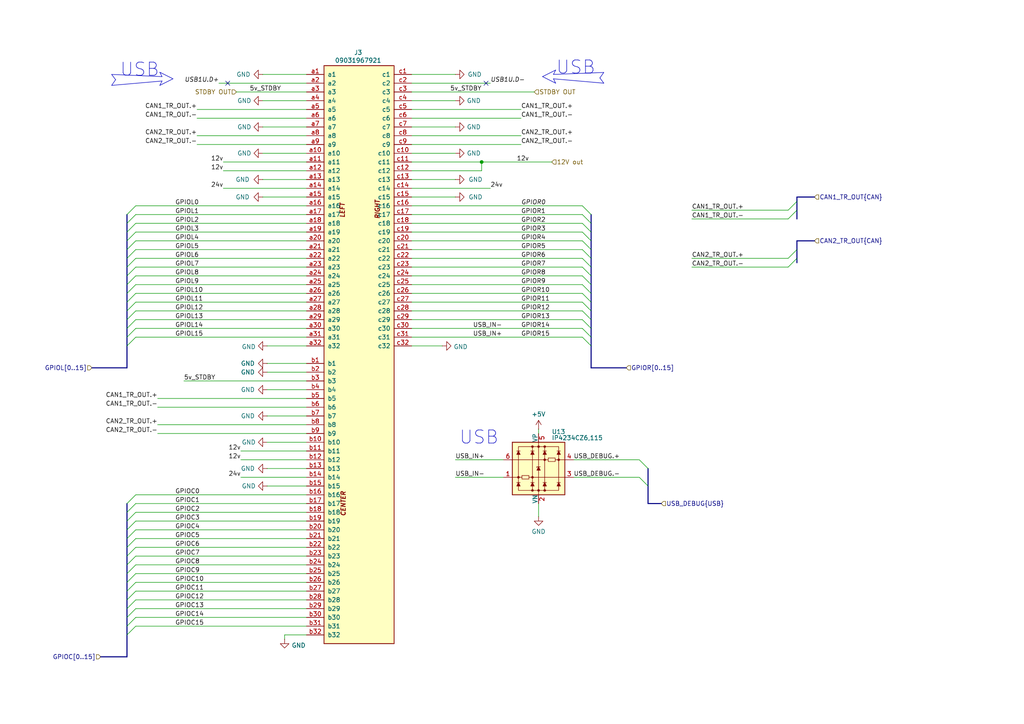
<source format=kicad_sch>
(kicad_sch (version 20231120) (generator "eeschema") (generator_version "8.0")
  (paper "A4")
  (title_block (date "2025-02-10") (rev "A") (company "ModuCard System"))
  (lib_symbols
    (symbol "DIN41612_3x32:09031967921" (pin_names (offset 1.016))
      (property "Reference" "J" (at 0 88.9 0))
      (property "Value" "09031967921" (at 0 86.36 0))
      (symbol "09031967921_0_0"
        (rectangle (start -10.16 83.82) (end 10.16 -83.82) (stroke (width 0.254)) (fill (type background)))
      )
      (symbol "09031967921_1_1"
        (text "CENTER" (at -4.572 -43.18 900) (effects (font (size 1.27 1.27) (bold yes) (italic yes))))
        (text "LEFT" (at -4.826 41.91 900) (effects (font (size 1.27 1.27) (bold yes) (italic yes))))
        (text "RIGHT" (at 5.334 42.164 900) (effects (font (size 1.27 1.27) (bold yes) (italic yes))))
        (pin passive line (at -15.24 81.28 0) (length 5.08) (name "a1") (number "a1"))
        (pin passive line (at -15.24 58.42 0) (length 5.08) (name "a10") (number "a10"))
        (pin passive line (at -15.24 55.88 0) (length 5.08) (name "a11") (number "a11"))
        (pin passive line (at -15.24 53.34 0) (length 5.08) (name "a12") (number "a12"))
        (pin passive line (at -15.24 50.8 0) (length 5.08) (name "a13") (number "a13"))
        (pin passive line (at -15.24 48.26 0) (length 5.08) (name "a14") (number "a14"))
        (pin passive line (at -15.24 45.72 0) (length 5.08) (name "a15") (number "a15"))
        (pin passive line (at -15.24 43.18 0) (length 5.08) (name "a16") (number "a16"))
        (pin passive line (at -15.24 40.64 0) (length 5.08) (name "a17") (number "a17"))
        (pin passive line (at -15.24 38.1 0) (length 5.08) (name "a18") (number "a18"))
        (pin passive line (at -15.24 35.56 0) (length 5.08) (name "a19") (number "a19"))
        (pin passive line (at -15.24 78.74 0) (length 5.08) (name "a2") (number "a2"))
        (pin passive line (at -15.24 33.02 0) (length 5.08) (name "a20") (number "a20"))
        (pin passive line (at -15.24 30.48 0) (length 5.08) (name "a21") (number "a21"))
        (pin passive line (at -15.24 27.94 0) (length 5.08) (name "a22") (number "a22"))
        (pin passive line (at -15.24 25.4 0) (length 5.08) (name "a23") (number "a23"))
        (pin passive line (at -15.24 22.86 0) (length 5.08) (name "a24") (number "a24"))
        (pin passive line (at -15.24 20.32 0) (length 5.08) (name "a25") (number "a25"))
        (pin passive line (at -15.24 17.78 0) (length 5.08) (name "a26") (number "a26"))
        (pin passive line (at -15.24 15.24 0) (length 5.08) (name "a27") (number "a27"))
        (pin passive line (at -15.24 12.7 0) (length 5.08) (name "a28") (number "a28"))
        (pin passive line (at -15.24 10.16 0) (length 5.08) (name "a29") (number "a29"))
        (pin passive line (at -15.24 76.2 0) (length 5.08) (name "a3") (number "a3"))
        (pin passive line (at -15.24 7.62 0) (length 5.08) (name "a30") (number "a30"))
        (pin passive line (at -15.24 5.08 0) (length 5.08) (name "a31") (number "a31"))
        (pin passive line (at -15.24 2.54 0) (length 5.08) (name "a32") (number "a32"))
        (pin passive line (at -15.24 73.66 0) (length 5.08) (name "a4") (number "a4"))
        (pin passive line (at -15.24 71.12 0) (length 5.08) (name "a5") (number "a5"))
        (pin passive line (at -15.24 68.58 0) (length 5.08) (name "a6") (number "a6"))
        (pin passive line (at -15.24 66.04 0) (length 5.08) (name "a7") (number "a7"))
        (pin passive line (at -15.24 63.5 0) (length 5.08) (name "a8") (number "a8"))
        (pin passive line (at -15.24 60.96 0) (length 5.08) (name "a9") (number "a9"))
        (pin passive line (at -15.24 -2.54 0) (length 5.08) (name "b1") (number "b1"))
        (pin passive line (at -15.24 -25.4 0) (length 5.08) (name "b10") (number "b10"))
        (pin passive line (at -15.24 -27.94 0) (length 5.08) (name "b11") (number "b11"))
        (pin passive line (at -15.24 -30.48 0) (length 5.08) (name "b12") (number "b12"))
        (pin passive line (at -15.24 -33.02 0) (length 5.08) (name "b13") (number "b13"))
        (pin passive line (at -15.24 -35.56 0) (length 5.08) (name "b14") (number "b14"))
        (pin passive line (at -15.24 -38.1 0) (length 5.08) (name "b15") (number "b15"))
        (pin passive line (at -15.24 -40.64 0) (length 5.08) (name "b16") (number "b16"))
        (pin passive line (at -15.24 -43.18 0) (length 5.08) (name "b17") (number "b17"))
        (pin passive line (at -15.24 -45.72 0) (length 5.08) (name "b18") (number "b18"))
        (pin passive line (at -15.24 -48.26 0) (length 5.08) (name "b19") (number "b19"))
        (pin passive line (at -15.24 -5.08 0) (length 5.08) (name "b2") (number "b2"))
        (pin passive line (at -15.24 -50.8 0) (length 5.08) (name "b20") (number "b20"))
        (pin passive line (at -15.24 -53.34 0) (length 5.08) (name "b21") (number "b21"))
        (pin passive line (at -15.24 -55.88 0) (length 5.08) (name "b22") (number "b22"))
        (pin passive line (at -15.24 -58.42 0) (length 5.08) (name "b23") (number "b23"))
        (pin passive line (at -15.24 -60.96 0) (length 5.08) (name "b24") (number "b24"))
        (pin passive line (at -15.24 -63.5 0) (length 5.08) (name "b25") (number "b25"))
        (pin passive line (at -15.24 -66.04 0) (length 5.08) (name "b26") (number "b26"))
        (pin passive line (at -15.24 -68.58 0) (length 5.08) (name "b27") (number "b27"))
        (pin passive line (at -15.24 -71.12 0) (length 5.08) (name "b28") (number "b28"))
        (pin passive line (at -15.24 -73.66 0) (length 5.08) (name "b29") (number "b29"))
        (pin passive line (at -15.24 -7.62 0) (length 5.08) (name "b3") (number "b3"))
        (pin passive line (at -15.24 -76.2 0) (length 5.08) (name "b30") (number "b30"))
        (pin passive line (at -15.24 -78.74 0) (length 5.08) (name "b31") (number "b31"))
        (pin passive line (at -15.24 -81.28 0) (length 5.08) (name "b32") (number "b32"))
        (pin passive line (at -15.24 -10.16 0) (length 5.08) (name "b4") (number "b4"))
        (pin passive line (at -15.24 -12.7 0) (length 5.08) (name "b5") (number "b5"))
        (pin passive line (at -15.24 -15.24 0) (length 5.08) (name "b6") (number "b6"))
        (pin passive line (at -15.24 -17.78 0) (length 5.08) (name "b7") (number "b7"))
        (pin passive line (at -15.24 -20.32 0) (length 5.08) (name "b8") (number "b8"))
        (pin passive line (at -15.24 -22.86 0) (length 5.08) (name "b9") (number "b9"))
        (pin passive line (at 15.24 81.28 180) (length 5.08) (name "c1") (number "c1"))
        (pin passive line (at 15.24 58.42 180) (length 5.08) (name "c10") (number "c10"))
        (pin passive line (at 15.24 55.88 180) (length 5.08) (name "c11") (number "c11"))
        (pin passive line (at 15.24 53.34 180) (length 5.08) (name "c12") (number "c12"))
        (pin passive line (at 15.24 50.8 180) (length 5.08) (name "c13") (number "c13"))
        (pin passive line (at 15.24 48.26 180) (length 5.08) (name "c14") (number "c14"))
        (pin passive line (at 15.24 45.72 180) (length 5.08) (name "c15") (number "c15"))
        (pin passive line (at 15.24 43.18 180) (length 5.08) (name "c16") (number "c16"))
        (pin passive line (at 15.24 40.64 180) (length 5.08) (name "c17") (number "c17"))
        (pin passive line (at 15.24 38.1 180) (length 5.08) (name "c18") (number "c18"))
        (pin passive line (at 15.24 35.56 180) (length 5.08) (name "c19") (number "c19"))
        (pin passive line (at 15.24 78.74 180) (length 5.08) (name "c2") (number "c2"))
        (pin passive line (at 15.24 33.02 180) (length 5.08) (name "c20") (number "c20"))
        (pin passive line (at 15.24 30.48 180) (length 5.08) (name "c21") (number "c21"))
        (pin passive line (at 15.24 27.94 180) (length 5.08) (name "c22") (number "c22"))
        (pin passive line (at 15.24 25.4 180) (length 5.08) (name "c23") (number "c23"))
        (pin passive line (at 15.24 22.86 180) (length 5.08) (name "c24") (number "c24"))
        (pin passive line (at 15.24 20.32 180) (length 5.08) (name "c25") (number "c25"))
        (pin passive line (at 15.24 17.78 180) (length 5.08) (name "c26") (number "c26"))
        (pin passive line (at 15.24 15.24 180) (length 5.08) (name "c27") (number "c27"))
        (pin passive line (at 15.24 12.7 180) (length 5.08) (name "c28") (number "c28"))
        (pin passive line (at 15.24 10.16 180) (length 5.08) (name "c29") (number "c29"))
        (pin passive line (at 15.24 76.2 180) (length 5.08) (name "c3") (number "c3"))
        (pin passive line (at 15.24 7.62 180) (length 5.08) (name "c30") (number "c30"))
        (pin passive line (at 15.24 5.08 180) (length 5.08) (name "c31") (number "c31"))
        (pin passive line (at 15.24 2.54 180) (length 5.08) (name "c32") (number "c32"))
        (pin passive line (at 15.24 73.66 180) (length 5.08) (name "c4") (number "c4"))
        (pin passive line (at 15.24 71.12 180) (length 5.08) (name "c5") (number "c5"))
        (pin passive line (at 15.24 68.58 180) (length 5.08) (name "c6") (number "c6"))
        (pin passive line (at 15.24 66.04 180) (length 5.08) (name "c7") (number "c7"))
        (pin passive line (at 15.24 63.5 180) (length 5.08) (name "c8") (number "c8"))
        (pin passive line (at 15.24 60.96 180) (length 5.08) (name "c9") (number "c9"))
      )
    )
    (symbol "GND_1" (power) (pin_numbers hide) (pin_names (offset 0) hide)
      (property "Value" "GND" (at 0 -3.81 0))
      (symbol "GND_1_0_1"
        (polyline (pts (xy 0 0) (xy 0 -1.27) (xy 1.27 -1.27) (xy 0 -2.54) (xy -1.27 -1.27) (xy 0 -1.27)))
      )
      (symbol "GND_1_1_1"
        (pin power_in line (at 0 0 270) (length 0) (name "~") (number "1"))
      )
    )
    (symbol "Power_Protection:IP4234CZ6" (pin_names (offset 0))
      (property "Reference" "U" (at -6.35 8.89 0))
      (property "Value" "IP4234CZ6" (at 2.794 8.89 0))
      (symbol "IP4234CZ6_0_0"
        (rectangle (start -5.842 6.35) (end 5.842 -6.35))
        (polyline (pts (xy -1.778 -6.35) (xy -1.778 6.35)))
        (polyline (pts (xy 1.778 6.35) (xy 1.778 -6.35)))
      )
      (symbol "IP4234CZ6_0_1"
        (rectangle (start -7.62 7.62) (end 7.62 -7.62) (stroke (width 0.254)) (fill (type background)))
        (circle (center -5.842 -2.54) (radius 0.2794) (fill (type outline)))
        (circle (center -1.778 -6.35) (radius 0.2794) (fill (type outline)))
        (circle (center -1.778 -2.54) (radius 0.2794) (fill (type outline)))
        (circle (center -1.778 6.35) (radius 0.2794) (fill (type outline)))
        (circle (center 0 -6.35) (radius 0.2794) (fill (type outline)))
        (polyline (pts (xy -7.62 -2.54) (xy -4.826 -2.54)))
        (polyline (pts (xy -7.62 2.54) (xy 2.794 2.54)))
        (polyline (pts (xy -5.334 -4.064) (xy -6.35 -4.064)))
        (polyline (pts (xy -5.334 5.08) (xy -6.35 5.08)))
        (polyline (pts (xy -1.27 -4.064) (xy -2.286 -4.064)))
        (polyline (pts (xy -1.27 5.08) (xy -2.286 5.08)))
        (polyline (pts (xy -0.508 0.508) (xy -0.508 0.254)))
        (polyline (pts (xy 0 7.62) (xy 0 -7.62)))
        (polyline (pts (xy 0.508 0.508) (xy -0.508 0.508)))
        (polyline (pts (xy 2.286 -4.064) (xy 1.27 -4.064)))
        (polyline (pts (xy 2.286 5.08) (xy 1.27 5.08)))
        (polyline (pts (xy 6.35 -4.064) (xy 5.334 -4.064)))
        (polyline (pts (xy 6.35 5.08) (xy 5.334 5.08)))
        (polyline (pts (xy 7.62 -2.54) (xy -2.794 -2.54)))
        (polyline (pts (xy 7.62 2.54) (xy 4.826 2.54)))
        (circle (center 0 6.35) (radius 0.2794) (fill (type outline)))
        (circle (center 1.778 -6.35) (radius 0.2794) (fill (type outline)))
        (circle (center 1.778 2.54) (radius 0.2794) (fill (type outline)))
        (circle (center 1.778 6.35) (radius 0.2794) (fill (type outline)))
        (circle (center 5.842 2.54) (radius 0.2794) (fill (type outline)))
      )
      (symbol "IP4234CZ6_1_1"
        (rectangle (start -4.826 -2.032) (end -2.794 -3.048))
        (polyline (pts (xy -5.334 -5.08) (xy -6.35 -5.08) (xy -5.842 -4.064) (xy -5.334 -5.08)) (fill (type outline)))
        (polyline (pts (xy -5.334 4.064) (xy -6.35 4.064) (xy -5.842 5.08) (xy -5.334 4.064)) (fill (type outline)))
        (polyline (pts (xy -1.27 -5.08) (xy -2.286 -5.08) (xy -1.778 -4.064) (xy -1.27 -5.08)) (fill (type outline)))
        (polyline (pts (xy -1.27 4.064) (xy -2.286 4.064) (xy -1.778 5.08) (xy -1.27 4.064)) (fill (type outline)))
        (polyline (pts (xy 0.508 -0.508) (xy -0.508 -0.508) (xy 0 0.508) (xy 0.508 -0.508)) (fill (type outline)))
        (polyline (pts (xy 2.286 -5.08) (xy 1.27 -5.08) (xy 1.778 -4.064) (xy 2.286 -5.08)) (fill (type outline)))
        (polyline (pts (xy 2.286 4.064) (xy 1.27 4.064) (xy 1.778 5.08) (xy 2.286 4.064)) (fill (type outline)))
        (polyline (pts (xy 6.35 -5.08) (xy 5.334 -5.08) (xy 5.842 -4.064) (xy 6.35 -5.08)) (fill (type outline)))
        (polyline (pts (xy 6.35 4.064) (xy 5.334 4.064) (xy 5.842 5.08) (xy 6.35 4.064)) (fill (type outline)))
        (rectangle (start 2.794 3.048) (end 4.826 2.032))
        (pin passive line (at -10.16 -2.54 0) (length 2.54) (name "") (number "1"))
        (pin passive line (at 0 -10.16 90) (length 2.54) (name "VN") (number "2"))
        (pin passive line (at 10.16 -2.54 180) (length 2.54) (name "") (number "3"))
        (pin passive line (at 10.16 2.54 180) (length 2.54) (name "") (number "4"))
        (pin passive line (at 0 10.16 270) (length 2.54) (name "VP") (number "5"))
        (pin passive line (at -10.16 2.54 0) (length 2.54) (name "") (number "6"))
      )
    )
    (symbol "power:+5V" (power) (pin_numbers hide) (pin_names (offset 0) hide)
      (property "Value" "+5V" (at 0 3.556 0))
      (symbol "+5V_0_1"
        (polyline (pts (xy -0.762 1.27) (xy 0 2.54)))
        (polyline (pts (xy 0 0) (xy 0 2.54)))
        (polyline (pts (xy 0 2.54) (xy 0.762 1.27)))
      )
      (symbol "+5V_1_1"
        (pin power_in line (at 0 0 90) (length 0) (name "~") (number "1"))
      )
    )
    (symbol "power:GND" (power) (pin_numbers hide) (pin_names (offset 0) hide)
      (property "Value" "GND" (at 0 -3.81 0))
      (symbol "GND_0_1"
        (polyline (pts (xy 0 0) (xy 0 -1.27) (xy 1.27 -1.27) (xy 0 -2.54) (xy -1.27 -1.27) (xy 0 -1.27)))
      )
      (symbol "GND_1_1"
        (pin power_in line (at 0 0 270) (length 0) (name "~") (number "1"))
      )
    )
  )
  (junction (at 139.7 46.99))
  (no_connect (at 140.97 24.13))
  (no_connect (at 66.04 24.13))
  (bus_entry (at 187.96 135.89) (size -2.54 -2.54))
  (bus_entry (at 39.37 161.29) (size -2.54 2.54))
  (bus_entry (at 39.37 62.23) (size -2.54 2.54))
  (bus_entry (at 168.91 72.39) (size 2.54 2.54))
  (bus_entry (at 39.37 181.61) (size -2.54 2.54))
  (bus_entry (at 39.37 153.67) (size -2.54 2.54))
  (bus_entry (at 231.14 60.96) (size -2.54 2.54))
  (bus_entry (at 39.37 85.09) (size -2.54 2.54))
  (bus_entry (at 39.37 95.25) (size -2.54 2.54))
  (bus_entry (at 168.91 77.47) (size 2.54 2.54))
  (bus_entry (at 39.37 97.79) (size -2.54 2.54))
  (bus_entry (at 39.37 77.47) (size -2.54 2.54))
  (bus_entry (at 39.37 143.51) (size -2.54 2.54))
  (bus_entry (at 168.91 67.31) (size 2.54 2.54))
  (bus_entry (at 231.14 58.42) (size -2.54 2.54))
  (bus_entry (at 39.37 72.39) (size -2.54 2.54))
  (bus_entry (at 187.96 140.97) (size -2.54 -2.54))
  (bus_entry (at 168.91 85.09) (size 2.54 2.54))
  (bus_entry (at 39.37 171.45) (size -2.54 2.54))
  (bus_entry (at 168.91 62.23) (size 2.54 2.54))
  (bus_entry (at 168.91 82.55) (size 2.54 2.54))
  (bus_entry (at 39.37 87.63) (size -2.54 2.54))
  (bus_entry (at 39.37 92.71) (size -2.54 2.54))
  (bus_entry (at 39.37 64.77) (size -2.54 2.54))
  (bus_entry (at 168.91 92.71) (size 2.54 2.54))
  (bus_entry (at 168.91 59.69) (size 2.54 2.54))
  (bus_entry (at 39.37 148.59) (size -2.54 2.54))
  (bus_entry (at 168.91 64.77) (size 2.54 2.54))
  (bus_entry (at 39.37 80.01) (size -2.54 2.54))
  (bus_entry (at 39.37 176.53) (size -2.54 2.54))
  (bus_entry (at 39.37 69.85) (size -2.54 2.54))
  (bus_entry (at 39.37 82.55) (size -2.54 2.54))
  (bus_entry (at 39.37 59.69) (size -2.54 2.54))
  (bus_entry (at 168.91 69.85) (size 2.54 2.54))
  (bus_entry (at 39.37 146.05) (size -2.54 2.54))
  (bus_entry (at 39.37 90.17) (size -2.54 2.54))
  (bus_entry (at 168.91 97.79) (size 2.54 2.54))
  (bus_entry (at 39.37 151.13) (size -2.54 2.54))
  (bus_entry (at 39.37 168.91) (size -2.54 2.54))
  (bus_entry (at 39.37 179.07) (size -2.54 2.54))
  (bus_entry (at 168.91 74.93) (size 2.54 2.54))
  (bus_entry (at 168.91 80.01) (size 2.54 2.54))
  (bus_entry (at 39.37 156.21) (size -2.54 2.54))
  (bus_entry (at 168.91 87.63) (size 2.54 2.54))
  (bus_entry (at 39.37 158.75) (size -2.54 2.54))
  (bus_entry (at 39.37 67.31) (size -2.54 2.54))
  (bus_entry (at 168.91 95.25) (size 2.54 2.54))
  (bus_entry (at 39.37 166.37) (size -2.54 2.54))
  (bus_entry (at 231.14 72.39) (size -2.54 2.54))
  (bus_entry (at 168.91 90.17) (size 2.54 2.54))
  (bus_entry (at 39.37 163.83) (size -2.54 2.54))
  (bus_entry (at 39.37 74.93) (size -2.54 2.54))
  (bus_entry (at 231.14 74.93) (size -2.54 2.54))
  (bus_entry (at 39.37 173.99) (size -2.54 2.54))
  (wire (pts (xy 168.91 80.01) (xy 119.38 80.01)))
  (wire (pts (xy 88.9 85.09) (xy 39.37 85.09)))
  (wire (pts (xy 168.91 92.71) (xy 119.38 92.71)))
  (polyline (pts (xy 32.385 24.765) (xy 33.528 23.114)))
  (bus (pts (xy 171.45 95.25) (xy 171.45 97.79)))
  (wire (pts (xy 88.9 151.13) (xy 39.37 151.13)))
  (bus (pts (xy 36.83 92.71) (xy 36.83 95.25)))
  (bus (pts (xy 36.83 173.99) (xy 36.83 176.53)))
  (wire (pts (xy 88.9 67.31) (xy 39.37 67.31)))
  (wire (pts (xy 69.85 133.35) (xy 88.9 133.35)))
  (wire (pts (xy 128.27 100.33) (xy 119.38 100.33)))
  (bus (pts (xy 171.45 77.47) (xy 171.45 80.01)))
  (wire (pts (xy 57.15 41.91) (xy 88.9 41.91)))
  (wire (pts (xy 88.9 74.93) (xy 39.37 74.93)))
  (polyline (pts (xy 161.163 24.13) (xy 160.528 22.86)))
  (wire (pts (xy 88.9 171.45) (xy 39.37 171.45)))
  (bus (pts (xy 36.83 97.79) (xy 36.83 100.33)))
  (wire (pts (xy 200.66 63.5) (xy 228.6 63.5)))
  (bus (pts (xy 171.45 62.23) (xy 171.45 64.77)))
  (bus (pts (xy 231.14 57.15) (xy 231.14 58.42)))
  (bus (pts (xy 36.83 64.77) (xy 36.83 67.31)))
  (bus (pts (xy 36.83 69.85) (xy 36.83 72.39)))
  (bus (pts (xy 36.83 184.15) (xy 36.83 190.5)))
  (wire (pts (xy 88.9 95.25) (xy 39.37 95.25)))
  (bus (pts (xy 171.45 92.71) (xy 171.45 95.25)))
  (wire (pts (xy 76.2 52.07) (xy 88.9 52.07)))
  (wire (pts (xy 53.34 110.49) (xy 88.9 110.49)))
  (bus (pts (xy 36.83 176.53) (xy 36.83 179.07)))
  (bus (pts (xy 36.83 85.09) (xy 36.83 87.63)))
  (wire (pts (xy 77.47 120.65) (xy 88.9 120.65)))
  (polyline (pts (xy 32.385 21.59) (xy 46.99 22.225)))
  (wire (pts (xy 76.2 36.83) (xy 88.9 36.83)))
  (wire (pts (xy 82.55 185.42) (xy 82.55 184.15)))
  (wire (pts (xy 88.9 166.37) (xy 39.37 166.37)))
  (wire (pts (xy 88.9 181.61) (xy 39.37 181.61)))
  (wire (pts (xy 45.72 123.19) (xy 88.9 123.19)))
  (bus (pts (xy 36.83 168.91) (xy 36.83 171.45)))
  (polyline (pts (xy 160.528 22.86) (xy 175.133 24.13)))
  (wire (pts (xy 88.9 163.83) (xy 39.37 163.83)))
  (wire (pts (xy 156.21 124.46) (xy 156.21 125.73)))
  (bus (pts (xy 231.14 69.85) (xy 231.14 72.39)))
  (wire (pts (xy 200.66 77.47) (xy 228.6 77.47)))
  (bus (pts (xy 36.83 190.5) (xy 29.21 190.5)))
  (bus (pts (xy 36.83 87.63) (xy 36.83 90.17)))
  (polyline (pts (xy 46.99 22.225) (xy 46.355 20.955)))
  (wire (pts (xy 39.37 148.59) (xy 88.9 148.59)))
  (wire (pts (xy 168.91 82.55) (xy 119.38 82.55)))
  (wire (pts (xy 88.9 82.55) (xy 39.37 82.55)))
  (bus (pts (xy 171.45 87.63) (xy 171.45 90.17)))
  (wire (pts (xy 45.72 125.73) (xy 88.9 125.73)))
  (wire (pts (xy 88.9 156.21) (xy 39.37 156.21)))
  (bus (pts (xy 36.83 171.45) (xy 36.83 173.99)))
  (wire (pts (xy 39.37 59.69) (xy 88.9 59.69)))
  (bus (pts (xy 171.45 69.85) (xy 171.45 72.39)))
  (wire (pts (xy 139.7 46.99) (xy 119.38 46.99)))
  (wire (pts (xy 63.5 24.13) (xy 88.9 24.13)))
  (bus (pts (xy 36.83 80.01) (xy 36.83 82.55)))
  (polyline (pts (xy 46.355 20.955) (xy 50.165 22.86)))
  (bus (pts (xy 187.96 140.97) (xy 187.96 146.05)))
  (wire (pts (xy 119.38 31.75) (xy 151.13 31.75)))
  (bus (pts (xy 231.14 72.39) (xy 231.14 74.93)))
  (polyline (pts (xy 33.528 23.114) (xy 32.385 21.59)))
  (wire (pts (xy 88.9 97.79) (xy 39.37 97.79)))
  (wire (pts (xy 119.38 41.91) (xy 151.13 41.91)))
  (wire (pts (xy 168.91 72.39) (xy 119.38 72.39)))
  (wire (pts (xy 119.38 57.15) (xy 132.08 57.15)))
  (wire (pts (xy 76.2 29.21) (xy 88.9 29.21)))
  (wire (pts (xy 39.37 62.23) (xy 88.9 62.23)))
  (polyline (pts (xy 46.355 24.765) (xy 46.99 23.495)))
  (wire (pts (xy 168.91 87.63) (xy 119.38 87.63)))
  (wire (pts (xy 151.13 39.37) (xy 119.38 39.37)))
  (bus (pts (xy 171.45 72.39) (xy 171.45 74.93)))
  (bus (pts (xy 171.45 100.33) (xy 171.45 106.68)))
  (wire (pts (xy 77.47 107.95) (xy 88.9 107.95)))
  (wire (pts (xy 88.9 173.99) (xy 39.37 173.99)))
  (wire (pts (xy 88.9 176.53) (xy 39.37 176.53)))
  (wire (pts (xy 88.9 72.39) (xy 39.37 72.39)))
  (wire (pts (xy 168.91 97.79) (xy 119.38 97.79)))
  (wire (pts (xy 88.9 80.01) (xy 39.37 80.01)))
  (wire (pts (xy 88.9 153.67) (xy 39.37 153.67)))
  (wire (pts (xy 57.15 34.29) (xy 88.9 34.29)))
  (wire (pts (xy 77.47 140.97) (xy 88.9 140.97)))
  (bus (pts (xy 171.45 106.68) (xy 181.61 106.68)))
  (bus (pts (xy 36.83 166.37) (xy 36.83 168.91)))
  (wire (pts (xy 88.9 90.17) (xy 39.37 90.17)))
  (wire (pts (xy 88.9 168.91) (xy 39.37 168.91)))
  (wire (pts (xy 64.77 54.61) (xy 88.9 54.61)))
  (wire (pts (xy 119.38 34.29) (xy 151.13 34.29)))
  (wire (pts (xy 76.2 21.59) (xy 88.9 21.59)))
  (wire (pts (xy 57.15 31.75) (xy 88.9 31.75)))
  (wire (pts (xy 88.9 77.47) (xy 39.37 77.47)))
  (bus (pts (xy 36.83 153.67) (xy 36.83 156.21)))
  (wire (pts (xy 57.15 39.37) (xy 88.9 39.37)))
  (bus (pts (xy 171.45 74.93) (xy 171.45 77.47)))
  (bus (pts (xy 231.14 58.42) (xy 231.14 60.96)))
  (wire (pts (xy 88.9 92.71) (xy 39.37 92.71)))
  (wire (pts (xy 119.38 49.53) (xy 139.7 49.53)))
  (wire (pts (xy 119.38 64.77) (xy 168.91 64.77)))
  (wire (pts (xy 64.77 49.53) (xy 88.9 49.53)))
  (wire (pts (xy 119.38 36.83) (xy 132.08 36.83)))
  (bus (pts (xy 36.83 158.75) (xy 36.83 161.29)))
  (bus (pts (xy 191.77 146.05) (xy 187.96 146.05)))
  (bus (pts (xy 36.83 95.25) (xy 36.83 97.79)))
  (wire (pts (xy 119.38 26.67) (xy 154.94 26.67)))
  (bus (pts (xy 187.96 135.89) (xy 187.96 140.97)))
  (wire (pts (xy 88.9 87.63) (xy 39.37 87.63)))
  (polyline (pts (xy 160.528 21.59) (xy 161.163 20.32)))
  (wire (pts (xy 200.66 60.96) (xy 228.6 60.96)))
  (wire (pts (xy 132.08 44.45) (xy 119.38 44.45)))
  (wire (pts (xy 39.37 64.77) (xy 88.9 64.77)))
  (wire (pts (xy 68.58 26.67) (xy 88.9 26.67)))
  (wire (pts (xy 168.91 67.31) (xy 119.38 67.31)))
  (wire (pts (xy 119.38 62.23) (xy 168.91 62.23)))
  (bus (pts (xy 36.83 90.17) (xy 36.83 92.71)))
  (bus (pts (xy 36.83 146.05) (xy 36.83 148.59)))
  (bus (pts (xy 171.45 85.09) (xy 171.45 87.63)))
  (wire (pts (xy 77.47 100.33) (xy 88.9 100.33)))
  (bus (pts (xy 171.45 90.17) (xy 171.45 92.71)))
  (bus (pts (xy 36.83 74.93) (xy 36.83 77.47)))
  (wire (pts (xy 132.08 138.43) (xy 146.05 138.43)))
  (wire (pts (xy 119.38 52.07) (xy 132.08 52.07)))
  (wire (pts (xy 132.08 133.35) (xy 146.05 133.35)))
  (wire (pts (xy 168.91 95.25) (xy 119.38 95.25)))
  (wire (pts (xy 77.47 113.03) (xy 88.9 113.03)))
  (wire (pts (xy 168.91 69.85) (xy 119.38 69.85)))
  (wire (pts (xy 168.91 85.09) (xy 119.38 85.09)))
  (wire (pts (xy 168.91 74.93) (xy 119.38 74.93)))
  (bus (pts (xy 36.83 181.61) (xy 36.83 184.15)))
  (polyline (pts (xy 161.163 20.32) (xy 157.353 22.225)))
  (bus (pts (xy 36.83 179.07) (xy 36.83 181.61)))
  (bus (pts (xy 171.45 80.01) (xy 171.45 82.55)))
  (wire (pts (xy 39.37 143.51) (xy 88.9 143.51)))
  (wire (pts (xy 88.9 158.75) (xy 39.37 158.75)))
  (bus (pts (xy 36.83 100.33) (xy 36.83 106.68)))
  (wire (pts (xy 39.37 146.05) (xy 88.9 146.05)))
  (wire (pts (xy 168.91 77.47) (xy 119.38 77.47)))
  (polyline (pts (xy 175.1163 21.0137) (xy 160.528 21.59)))
  (wire (pts (xy 119.38 54.61) (xy 142.24 54.61)))
  (bus (pts (xy 36.83 72.39) (xy 36.83 74.93)))
  (bus (pts (xy 231.14 60.96) (xy 231.14 63.5)))
  (polyline (pts (xy 157.353 22.225) (xy 161.163 24.13)))
  (polyline (pts (xy 173.99 22.606) (xy 175.1163 21.0137)))
  (wire (pts (xy 77.47 105.41) (xy 88.9 105.41)))
  (wire (pts (xy 160.02 46.99) (xy 139.7 46.99)))
  (wire (pts (xy 76.2 44.45) (xy 88.9 44.45)))
  (wire (pts (xy 82.55 184.15) (xy 88.9 184.15)))
  (bus (pts (xy 171.45 67.31) (xy 171.45 69.85)))
  (wire (pts (xy 69.85 138.43) (xy 88.9 138.43)))
  (bus (pts (xy 36.83 148.59) (xy 36.83 151.13)))
  (wire (pts (xy 76.2 57.15) (xy 88.9 57.15)))
  (wire (pts (xy 119.38 24.13) (xy 142.24 24.13)))
  (polyline (pts (xy 46.99 23.495) (xy 32.385 24.765)))
  (wire (pts (xy 88.9 179.07) (xy 39.37 179.07)))
  (bus (pts (xy 36.83 163.83) (xy 36.83 166.37)))
  (wire (pts (xy 69.85 130.81) (xy 88.9 130.81)))
  (wire (pts (xy 45.72 118.11) (xy 88.9 118.11)))
  (bus (pts (xy 171.45 64.77) (xy 171.45 67.31)))
  (wire (pts (xy 119.38 29.21) (xy 132.08 29.21)))
  (wire (pts (xy 166.37 138.43) (xy 185.42 138.43)))
  (wire (pts (xy 119.38 21.59) (xy 132.08 21.59)))
  (bus (pts (xy 36.83 62.23) (xy 36.83 64.77)))
  (wire (pts (xy 88.9 69.85) (xy 39.37 69.85)))
  (wire (pts (xy 156.21 146.05) (xy 156.21 149.86)))
  (bus (pts (xy 236.22 69.85) (xy 231.14 69.85)))
  (wire (pts (xy 185.42 133.35) (xy 166.37 133.35)))
  (bus (pts (xy 36.83 106.68) (xy 26.67 106.68)))
  (bus (pts (xy 36.83 156.21) (xy 36.83 158.75)))
  (wire (pts (xy 64.77 46.99) (xy 88.9 46.99)))
  (wire (pts (xy 77.47 128.27) (xy 88.9 128.27)))
  (bus (pts (xy 36.83 161.29) (xy 36.83 163.83)))
  (wire (pts (xy 139.7 46.99) (xy 139.7 49.53)))
  (wire (pts (xy 45.72 115.57) (xy 88.9 115.57)))
  (bus (pts (xy 171.45 97.79) (xy 171.45 100.33)))
  (bus (pts (xy 36.83 77.47) (xy 36.83 80.01)))
  (polyline (pts (xy 175.133 24.13) (xy 173.99 22.606)))
  (bus (pts (xy 231.14 74.93) (xy 231.14 76.2)))
  (wire (pts (xy 200.66 74.93) (xy 228.6 74.93)))
  (wire (pts (xy 88.9 161.29) (xy 39.37 161.29)))
  (bus (pts (xy 171.45 82.55) (xy 171.45 85.09)))
  (bus (pts (xy 36.83 151.13) (xy 36.83 153.67)))
  (bus (pts (xy 36.83 67.31) (xy 36.83 69.85)))
  (wire (pts (xy 168.91 90.17) (xy 119.38 90.17)))
  (bus (pts (xy 236.22 57.15) (xy 231.14 57.15)))
  (polyline (pts (xy 50.165 22.86) (xy 46.355 24.765)))
  (wire (pts (xy 77.47 135.89) (xy 88.9 135.89)))
  (bus (pts (xy 36.83 82.55) (xy 36.83 85.09)))
  (wire (pts (xy 119.38 59.69) (xy 168.91 59.69)))
  (text "USB\n" (at 167.005 19.685 0) (effects (font (size 3.81 3.81))))
  (text "USB\n" (at 138.938 127 0) (effects (font (size 3.81 3.81))))
  (text "USB\n" (at 40.513 20.32 0) (effects (font (size 3.81 3.81))))
  (label "GPIOL1" (at 50.8 62.23 0))
  (label "GPIOR7" (at 151.13 77.47 0))
  (label "CAN1_TR_OUT.-" (at 151.13 34.29 0))
  (label "24v" (at 69.85 138.43 180))
  (label "GPIOL7" (at 50.8 77.47 0))
  (label "GPIOL12" (at 50.8 90.17 0))
  (label "GPIOC3" (at 50.8 151.13 0))
  (label "CAN2_TR_OUT.-" (at 151.13 41.91 0))
  (label "USB1U.D-" (at 142.24 24.13 0) (effects (font (italic yes))))
  (label "GPIOR13" (at 151.13 92.71 0))
  (label "GPIOC4" (at 50.8 153.67 0))
  (label "GPIOC6" (at 50.8 158.75 0))
  (label "CAN2_TR_OUT.+" (at 151.13 39.37 0))
  (label "GPIOR6" (at 151.13 74.93 0))
  (label "USB1U.D+" (at 63.5 24.13 180) (effects (font (italic yes))))
  (label "GPIOC9" (at 50.8 166.37 0))
  (label "12v" (at 149.86 46.99 0))
  (label "USB_IN-" (at 137.16 95.25 0))
  (label "GPIOR9" (at 151.13 82.55 0))
  (label "CAN2_TR_OUT.+" (at 57.15 39.37 180))
  (label "CAN1_TR_OUT.-" (at 57.15 34.29 180))
  (label "GPIOL0" (at 50.8 59.69 0))
  (label "GPIOC0" (at 50.8 143.51 0))
  (label "CAN1_TR_OUT.+" (at 45.72 115.57 180))
  (label "USB_DEBUG.+" (at 166.37 133.35 0))
  (label "GPIOC13" (at 50.8 176.53 0))
  (label "CAN1_TR_OUT.+" (at 57.15 31.75 180))
  (label "GPIOR10" (at 151.13 85.09 0))
  (label "GPIOL10" (at 50.8 85.09 0))
  (label "GPIOC7" (at 50.8 161.29 0))
  (label "GPIOC12" (at 50.8 173.99 0))
  (label "GPIOC15" (at 50.8 181.61 0))
  (label "GPIOC2" (at 50.8 148.59 0))
  (label "GPIOL5" (at 50.8 72.39 0))
  (label "12v" (at 64.77 49.53 180))
  (label "12v" (at 69.85 130.81 180))
  (label "GPIOR12" (at 151.13 90.17 0))
  (label "CAN2_TR_OUT.+" (at 200.66 74.93 0))
  (label "GPIOL13" (at 50.8 92.71 0))
  (label "CAN1_TR_OUT.-" (at 45.72 118.11 180))
  (label "GPIOR5" (at 151.13 72.39 0))
  (label "5v_STDBY" (at 139.7 26.67 180))
  (label "5v_STDBY" (at 53.34 110.49 0))
  (label "GPIOC14" (at 50.8 179.07 0))
  (label "GPIOR2" (at 151.13 64.77 0))
  (label "GPIOR11" (at 151.13 87.63 0))
  (label "GPIOR8" (at 151.13 80.01 0))
  (label "GPIOR15" (at 151.13 97.79 0))
  (label "GPIOL3" (at 50.8 67.31 0))
  (label "GPIOL6" (at 50.8 74.93 0))
  (label "GPIOR4" (at 151.13 69.85 0))
  (label "GPIOL9" (at 50.8 82.55 0))
  (label "12v" (at 64.77 46.99 180))
  (label "GPIOL2" (at 50.8 64.77 0))
  (label "GPIOL14" (at 50.8 95.25 0))
  (label "CAN2_TR_OUT.-" (at 200.66 77.47 0))
  (label "GPIOC10" (at 50.8 168.91 0))
  (label "USB_IN-" (at 132.08 138.43 0))
  (label "CAN2_TR_OUT.-" (at 45.72 125.73 180))
  (label "GPIOL11" (at 50.8 87.63 0))
  (label "GPIOC1" (at 50.8 146.05 0))
  (label "USB_IN+" (at 137.16 97.79 0))
  (label "24v" (at 64.77 54.61 180))
  (label "24v" (at 142.24 54.61 0))
  (label "GPIOR1" (at 151.13 62.23 0))
  (label "USB_DEBUG.-" (at 166.37 138.43 0))
  (label "GPIOR3" (at 151.13 67.31 0))
  (label "12v" (at 69.85 133.35 180))
  (label "GPIOL15" (at 50.8 97.79 0))
  (label "GPIOC11" (at 50.8 171.45 0))
  (label "CAN1_TR_OUT.+" (at 151.13 31.75 0))
  (label "CAN2_TR_OUT.+" (at 45.72 123.19 180))
  (label "GPIOC5" (at 50.8 156.21 0))
  (label "GPIOL8" (at 50.8 80.01 0))
  (label "CAN1_TR_OUT.+" (at 200.66 60.96 0))
  (label "CAN2_TR_OUT.-" (at 57.15 41.91 180))
  (label "USB_IN+" (at 132.08 133.35 0))
  (label "GPIOR0" (at 151.13 59.69 0) (effects (font (italic yes))))
  (label "GPIOC8" (at 50.8 163.83 0))
  (label "5v_STDBY" (at 72.39 26.67 0))
  (label "CAN1_TR_OUT.-" (at 200.66 63.5 0))
  (label "GPIOL4" (at 50.8 69.85 0))
  (label "GPIOR14" (at 151.13 95.25 0))
  (hierarchical_label "STDBY OUT" (shape input) (at 154.94 26.67 0))
  (hierarchical_label "GPIOC[0..15]" (shape input) (at 29.21 190.5 180))
  (hierarchical_label "12V out" (shape input) (at 160.02 46.99 0))
  (hierarchical_label "GPIOL[0..15]" (shape input) (at 26.67 106.68 180))
  (hierarchical_label "STDBY OUT" (shape input) (at 68.58 26.67 180))
  (hierarchical_label "CAN2_TR_OUT{CAN}" (shape input) (at 236.22 69.85 0))
  (hierarchical_label "GPIOR[0..15]" (shape input) (at 181.61 106.68 0))
  (hierarchical_label "CAN1_TR_OUT{CAN}" (shape input) (at 236.22 57.15 0))
  (hierarchical_label "USB_DEBUG{USB}" (shape input) (at 191.77 146.05 0))
  (symbol (lib_name "GND_1") (lib_id "power:GND") (at 77.47 107.95 270) (mirror x) (unit 1)
    (property "Reference" "#PWR098" (effects (hide yes)))
    (property "Value" "GND" (at 71.882 107.95 90))
    (property "Description" "Power symbol creates a global label with name \"GND\" , ground" (effects (hide yes)))
  )
  (symbol (lib_name "GND_1") (lib_id "power:GND") (at 77.47 140.97 270) (unit 1)
    (property "Reference" "#PWR0107" (effects (hide yes)))
    (property "Value" "GND" (at 72.136 140.97 90))
    (property "Description" "Power symbol creates a global label with name \"GND\" , ground" (effects (hide yes)))
  )
  (symbol (lib_id "power:GND") (at 76.2 29.21 270) (mirror x) (unit 1)
    (property "Reference" "#PWR079" (effects (hide yes)))
    (property "Value" "GND" (at 70.866 29.21 90))
    (property "Description" "Power symbol creates a global label with name \"GND\" , ground" (effects (hide yes)))
  )
  (symbol (lib_id "power:GND") (at 76.2 44.45 270) (mirror x) (unit 1)
    (property "Reference" "#PWR083" (effects (hide yes)))
    (property "Value" "GND" (at 70.866 44.45 90))
    (property "Description" "Power symbol creates a global label with name \"GND\" , ground" (effects (hide yes)))
  )
  (symbol (lib_id "power:GND") (at 132.08 52.07 90) (mirror x) (unit 1)
    (property "Reference" "#PWR090" (effects (hide yes)))
    (property "Value" "GND" (at 137.922 52.07 90))
    (property "Description" "Power symbol creates a global label with name \"GND\" , ground" (effects (hide yes)))
  )
  (symbol (lib_id "power:GND") (at 132.08 44.45 90) (mirror x) (unit 1)
    (property "Reference" "#PWR084" (effects (hide yes)))
    (property "Value" "GND" (at 137.414 44.45 90))
    (property "Description" "Power symbol creates a global label with name \"GND\" , ground" (effects (hide yes)))
  )
  (symbol (lib_name "GND_1") (lib_id "power:GND") (at 156.21 149.86 0) (mirror y) (unit 1)
    (property "Reference" "#PWR0112" (effects (hide yes)))
    (property "Value" "GND" (at 156.21 154.178 0))
    (property "Description" "Power symbol creates a global label with name \"GND\" , ground" (effects (hide yes)))
  )
  (symbol (lib_id "DIN41612_3x32:09031967921") (at 104.14 102.87 0) (unit 1)
    (property "Reference" "J3" (at 103.886 15.24 0))
    (property "Value" "09031967921" (at 103.886 17.526 0))
    (property "Footprint" "Connector_DIN:DIN41612_R_3x32_Female_Horizontal_THT" (effects (hide yes)))
    (property "MF" "Harting" (effects (hide yes)))
    (property "MAXIMUM_PACKAGE_HEIGHT" "11 mm" (effects (hide yes)))
    (property "Package" "None" (effects (hide yes)))
    (property "Price" "None" (effects (hide yes)))
    (property "Check_prices" "https://www.snapeda.com/parts/0903-196-7921/Harting/view-part/?ref=eda" (effects (hide yes)))
    (property "STANDARD" "Manufacturer recommendations" (effects (hide yes)))
    (property "PARTREV" "D" (effects (hide yes)))
    (property "SnapEDA_Link" "https://www.snapeda.com/parts/0903-196-7921/Harting/view-part/?ref=snap" (effects (hide yes)))
    (property "MP" "0903-196-7921" (effects (hide yes)))
    (property "Description_1" "\n                        \n                            CONNECTOR, DIN 41612, PLUG, THT, RA, 96P; Product Range: Type C Series; No. of Contacts: 96Contacts; Gender: Plug; Pitch Spacing: 2.54mm; No. of Rows: 3 Row; Rows Loaded: a + b + c; Contact Plating: Gold Plated Contacts; Contact Material: Brass; No. of Mating Cycles: 50; SVHC: No SVHC (15-Jan-2018); Contact Resistance: 15mohm; Contact Termination: Through Hole Right Angle; Contact Termination Type: Through Hole; Current Rating: 2A; Flammability Rating: UL94V-0; Insulation Resistance: 1000000Mohm; Insulator Material: PET (Polyester); Lead Spacing: 2.54mm; No. of Rows: 3Rows; Operating Temperature Max: 125°C; Operating Temperature Min: -65°C; Termination Method: Solder; Working Voltage: 250V\n                        \n" (effects (hide yes)))
    (property "Availability" "In Stock" (effects (hide yes)))
    (property "MANUFACTURER" "HARTING" (effects (hide yes)))
  )
  (symbol (lib_id "power:GND") (at 132.08 57.15 90) (mirror x) (unit 1)
    (property "Reference" "#PWR094" (effects (hide yes)))
    (property "Value" "GND" (at 137.922 57.15 90))
    (property "Description" "Power symbol creates a global label with name \"GND\" , ground" (effects (hide yes)))
  )
  (symbol (lib_id "power:GND") (at 132.08 21.59 90) (mirror x) (unit 1)
    (property "Reference" "#PWR076" (effects (hide yes)))
    (property "Value" "GND" (at 137.668 21.59 90))
    (property "Description" "Power symbol creates a global label with name \"GND\" , ground" (effects (hide yes)))
  )
  (symbol (lib_name "GND_1") (lib_id "power:GND") (at 77.47 113.03 270) (mirror x) (unit 1)
    (property "Reference" "#PWR0100" (effects (hide yes)))
    (property "Value" "GND" (at 71.882 113.03 90))
    (property "Description" "Power symbol creates a global label with name \"GND\" , ground" (effects (hide yes)))
  )
  (symbol (lib_id "power:GND") (at 76.2 21.59 270) (mirror x) (unit 1)
    (property "Reference" "#PWR075" (effects (hide yes)))
    (property "Value" "GND" (at 70.612 21.59 90))
    (property "Description" "Power symbol creates a global label with name \"GND\" , ground" (effects (hide yes)))
  )
  (symbol (lib_id "power:GND") (at 132.08 36.83 90) (mirror x) (unit 1)
    (property "Reference" "#PWR082" (effects (hide yes)))
    (property "Value" "GND" (at 137.414 36.83 90))
    (property "Description" "Power symbol creates a global label with name \"GND\" , ground" (effects (hide yes)))
  )
  (symbol (lib_name "GND_1") (lib_id "power:GND") (at 77.47 135.89 270) (unit 1)
    (property "Reference" "#PWR0105" (effects (hide yes)))
    (property "Value" "GND" (at 71.882 135.89 90))
    (property "Description" "Power symbol creates a global label with name \"GND\" , ground" (effects (hide yes)))
  )
  (symbol (lib_id "power:GND") (at 76.2 52.07 270) (mirror x) (unit 1)
    (property "Reference" "#PWR089" (effects (hide yes)))
    (property "Value" "GND" (at 70.358 52.07 90))
    (property "Description" "Power symbol creates a global label with name \"GND\" , ground" (effects (hide yes)))
  )
  (symbol (lib_name "GND_1") (lib_id "power:GND") (at 82.55 185.42 0) (unit 1)
    (property "Reference" "#PWR0108" (effects (hide yes)))
    (property "Value" "GND" (at 86.614 187.198 0))
    (property "Description" "Power symbol creates a global label with name \"GND\" , ground" (effects (hide yes)))
  )
  (symbol (lib_name "GND_1") (lib_id "power:GND") (at 77.47 128.27 270) (unit 1)
    (property "Reference" "#PWR0102" (effects (hide yes)))
    (property "Value" "GND" (at 72.136 128.27 90))
    (property "Description" "Power symbol creates a global label with name \"GND\" , ground" (effects (hide yes)))
  )
  (symbol (lib_name "GND_1") (lib_id "power:GND") (at 128.27 100.33 90) (mirror x) (unit 1)
    (property "Reference" "#PWR096" (effects (hide yes)))
    (property "Value" "GND" (at 133.604 100.584 90))
    (property "Description" "Power symbol creates a global label with name \"GND\" , ground" (effects (hide yes)))
  )
  (symbol (lib_id "power:GND") (at 76.2 57.15 270) (mirror x) (unit 1)
    (property "Reference" "#PWR093" (effects (hide yes)))
    (property "Value" "GND" (at 70.358 57.15 90))
    (property "Description" "Power symbol creates a global label with name \"GND\" , ground" (effects (hide yes)))
  )
  (symbol (lib_name "GND_1") (lib_id "power:GND") (at 77.47 105.41 270) (mirror x) (unit 1)
    (property "Reference" "#PWR097" (effects (hide yes)))
    (property "Value" "GND" (at 71.882 105.41 90))
    (property "Description" "Power symbol creates a global label with name \"GND\" , ground" (effects (hide yes)))
  )
  (symbol (lib_id "Power_Protection:IP4234CZ6") (at 156.21 135.89 0) (unit 1)
    (property "Reference" "U13" (at 160.02 125.222 0) (effects (justify left)))
    (property "Value" "IP4234CZ6,115" (at 160.02 127 0) (effects (justify left)))
    (property "Footprint" "Package_TO_SOT_SMD:SC-74-6_1.55x2.9mm_P0.95mm" (effects (hide yes)))
    (property "Datasheet" "https://assets.nexperia.com/documents/data-sheet/IP4234CZ6.pdf" (effects (hide yes)))
    (property "Description" "ESD Protection, 2 channel, USB 2.0 to IEC 61000-4-2 level 4, 5.5V, SOT457 (SC-74-6)" (effects (hide yes)))
  )
  (symbol (lib_id "power:+5V") (at 156.21 124.46 0) (unit 1)
    (property "Reference" "#PWR0111" (effects (hide yes)))
    (property "Value" "+5V" (at 156.21 120.142 0))
    (property "Description" "Power symbol creates a global label with name \"+5V\"" (effects (hide yes)))
  )
  (symbol (lib_name "GND_1") (lib_id "power:GND") (at 77.47 120.65 270) (unit 1)
    (property "Reference" "#PWR0101" (effects (hide yes)))
    (property "Value" "GND" (at 71.882 120.65 90))
    (property "Description" "Power symbol creates a global label with name \"GND\" , ground" (effects (hide yes)))
  )
  (symbol (lib_id "power:GND") (at 132.08 29.21 90) (mirror x) (unit 1)
    (property "Reference" "#PWR080" (effects (hide yes)))
    (property "Value" "GND" (at 137.414 29.21 90))
    (property "Description" "Power symbol creates a global label with name \"GND\" , ground" (effects (hide yes)))
  )
  (symbol (lib_id "power:GND") (at 77.47 100.33 270) (unit 1)
    (property "Reference" "#PWR095" (effects (hide yes)))
    (property "Value" "GND" (at 72.136 100.584 90))
    (property "Description" "Power symbol creates a global label with name \"GND\" , ground" (effects (hide yes)))
  )
  (symbol (lib_id "power:GND") (at 76.2 36.83 270) (mirror x) (unit 1)
    (property "Reference" "#PWR081" (effects (hide yes)))
    (property "Value" "GND" (at 70.866 36.83 90))
    (property "Description" "Power symbol creates a global label with name \"GND\" , ground" (effects (hide yes)))
  )
)
</source>
